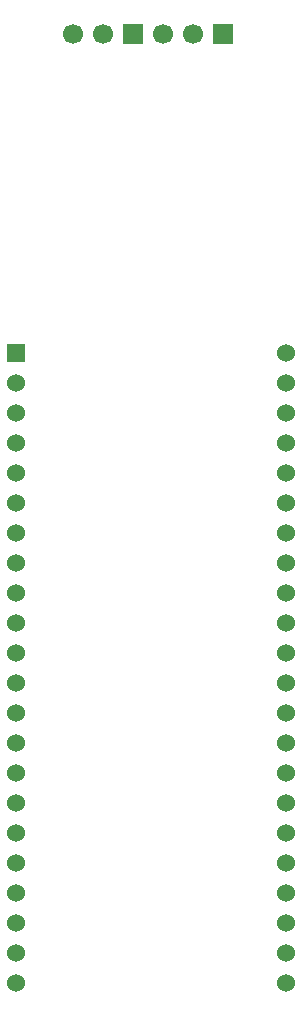
<source format=gbr>
%TF.GenerationSoftware,KiCad,Pcbnew,9.0.1*%
%TF.CreationDate,2025-04-13T13:12:51+02:00*%
%TF.ProjectId,esp32-schematic,65737033-322d-4736-9368-656d61746963,rev?*%
%TF.SameCoordinates,Original*%
%TF.FileFunction,Copper,L2,Bot*%
%TF.FilePolarity,Positive*%
%FSLAX46Y46*%
G04 Gerber Fmt 4.6, Leading zero omitted, Abs format (unit mm)*
G04 Created by KiCad (PCBNEW 9.0.1) date 2025-04-13 13:12:51*
%MOMM*%
%LPD*%
G01*
G04 APERTURE LIST*
%TA.AperFunction,ComponentPad*%
%ADD10R,1.700000X1.700000*%
%TD*%
%TA.AperFunction,ComponentPad*%
%ADD11C,1.700000*%
%TD*%
%TA.AperFunction,ComponentPad*%
%ADD12R,1.530000X1.530000*%
%TD*%
%TA.AperFunction,ComponentPad*%
%ADD13C,1.530000*%
%TD*%
G04 APERTURE END LIST*
D10*
%TO.P,J1,1,Pin_1*%
%TO.N,3.3V*%
X87000000Y-17500000D03*
D11*
%TO.P,J1,2,Pin_2*%
%TO.N,PPS*%
X84460000Y-17500000D03*
%TO.P,J1,3,Pin_3*%
%TO.N,TX*%
X81920000Y-17500000D03*
D10*
%TO.P,J1,4,Pin_4*%
%TO.N,RX*%
X79380000Y-17500000D03*
D11*
%TO.P,J1,5,Pin_5*%
%TO.N,GND*%
X76840000Y-17500000D03*
%TO.P,J1,6,Pin_6*%
%TO.N,5V*%
X74300000Y-17500000D03*
%TD*%
D12*
%TO.P,U1,J1_1,3V3*%
%TO.N,3.3V*%
X69500000Y-44500000D03*
D13*
%TO.P,U1,J1_2,3V3*%
X69500000Y-47040000D03*
%TO.P,U1,J1_3,RST*%
%TO.N,unconnected-(U1-RST-PadJ1_3)*%
X69500000Y-49580000D03*
%TO.P,U1,J1_4,GPIO4*%
%TO.N,unconnected-(U1-GPIO4-PadJ1_4)*%
X69500000Y-52120000D03*
%TO.P,U1,J1_5,GPIO5*%
%TO.N,PPS*%
X69500000Y-54660000D03*
%TO.P,U1,J1_6,GPIO6*%
%TO.N,unconnected-(U1-GPIO6-PadJ1_6)*%
X69500000Y-57200000D03*
%TO.P,U1,J1_7,GPIO7*%
%TO.N,unconnected-(U1-GPIO7-PadJ1_7)*%
X69500000Y-59740000D03*
%TO.P,U1,J1_8,GPIO15*%
%TO.N,unconnected-(U1-GPIO15-PadJ1_8)*%
X69500000Y-62280000D03*
%TO.P,U1,J1_9,GPIO16*%
%TO.N,unconnected-(U1-GPIO16-PadJ1_9)*%
X69500000Y-64820000D03*
%TO.P,U1,J1_10,GPIO17*%
%TO.N,unconnected-(U1-GPIO17-PadJ1_10)*%
X69500000Y-67360000D03*
%TO.P,U1,J1_11,GPIO18*%
%TO.N,unconnected-(U1-GPIO18-PadJ1_11)*%
X69500000Y-69900000D03*
%TO.P,U1,J1_12,GPIO8*%
%TO.N,unconnected-(U1-GPIO8-PadJ1_12)*%
X69500000Y-72440000D03*
%TO.P,U1,J1_13,GPIO3*%
%TO.N,unconnected-(U1-GPIO3-PadJ1_13)*%
X69500000Y-74980000D03*
%TO.P,U1,J1_14,GPIO46*%
%TO.N,unconnected-(U1-GPIO46-PadJ1_14)*%
X69500000Y-77520000D03*
%TO.P,U1,J1_15,GPIO9*%
%TO.N,unconnected-(U1-GPIO9-PadJ1_15)*%
X69500000Y-80060000D03*
%TO.P,U1,J1_16,GPIO10*%
%TO.N,unconnected-(U1-GPIO10-PadJ1_16)*%
X69500000Y-82600000D03*
%TO.P,U1,J1_17,GPIO11*%
%TO.N,unconnected-(U1-GPIO11-PadJ1_17)*%
X69500000Y-85140000D03*
%TO.P,U1,J1_18,GPIO12*%
%TO.N,unconnected-(U1-GPIO12-PadJ1_18)*%
X69500000Y-87680000D03*
%TO.P,U1,J1_19,GPIO13*%
%TO.N,unconnected-(U1-GPIO13-PadJ1_19)*%
X69500000Y-90220000D03*
%TO.P,U1,J1_20,GPIO14*%
%TO.N,unconnected-(U1-GPIO14-PadJ1_20)*%
X69500000Y-92760000D03*
%TO.P,U1,J1_21,5V0*%
%TO.N,5V*%
X69500000Y-95300000D03*
%TO.P,U1,J1_22,GND*%
%TO.N,GND*%
X69500000Y-97840000D03*
%TO.P,U1,J3_1,GND*%
X92360000Y-44500000D03*
%TO.P,U1,J3_2,U0TXD/GPIO43*%
%TO.N,TX*%
X92360000Y-47040000D03*
%TO.P,U1,J3_3,U0RXD/GPIO44*%
%TO.N,RX*%
X92360000Y-49580000D03*
%TO.P,U1,J3_4,GPIO1*%
%TO.N,unconnected-(U1-GPIO1-PadJ3_4)*%
X92360000Y-52120000D03*
%TO.P,U1,J3_5,GPIO2*%
%TO.N,unconnected-(U1-GPIO2-PadJ3_5)*%
X92360000Y-54660000D03*
%TO.P,U1,J3_6,MTMS/GPIO42*%
%TO.N,unconnected-(U1-MTMS{slash}GPIO42-PadJ3_6)*%
X92360000Y-57200000D03*
%TO.P,U1,J3_7,MTDI/GPIO41*%
%TO.N,unconnected-(U1-MTDI{slash}GPIO41-PadJ3_7)*%
X92360000Y-59740000D03*
%TO.P,U1,J3_8,MTDO/GPIO40*%
%TO.N,unconnected-(U1-MTDO{slash}GPIO40-PadJ3_8)*%
X92360000Y-62280000D03*
%TO.P,U1,J3_9,MTCK/GPIO39*%
%TO.N,unconnected-(U1-MTCK{slash}GPIO39-PadJ3_9)*%
X92360000Y-64820000D03*
%TO.P,U1,J3_10,GPIO38*%
%TO.N,unconnected-(U1-GPIO38-PadJ3_10)*%
X92360000Y-67360000D03*
%TO.P,U1,J3_11,GPIO37*%
%TO.N,unconnected-(U1-GPIO37-PadJ3_11)*%
X92360000Y-69900000D03*
%TO.P,U1,J3_12,GPIO36*%
%TO.N,unconnected-(U1-GPIO36-PadJ3_12)*%
X92360000Y-72440000D03*
%TO.P,U1,J3_13,GPIO35*%
%TO.N,unconnected-(U1-GPIO35-PadJ3_13)*%
X92360000Y-74980000D03*
%TO.P,U1,J3_14,GPIO0*%
%TO.N,unconnected-(U1-GPIO0-PadJ3_14)*%
X92360000Y-77520000D03*
%TO.P,U1,J3_15,GPIO45*%
%TO.N,unconnected-(U1-GPIO45-PadJ3_15)*%
X92360000Y-80060000D03*
%TO.P,U1,J3_16,GPIO48*%
%TO.N,unconnected-(U1-GPIO48-PadJ3_16)*%
X92360000Y-82600000D03*
%TO.P,U1,J3_17,GPIO47*%
%TO.N,unconnected-(U1-GPIO47-PadJ3_17)*%
X92360000Y-85140000D03*
%TO.P,U1,J3_18,GPIO21*%
%TO.N,unconnected-(U1-GPIO21-PadJ3_18)*%
X92360000Y-87680000D03*
%TO.P,U1,J3_19,USB_D+/GPIO20*%
%TO.N,unconnected-(U1-USB_D+{slash}GPIO20-PadJ3_19)*%
X92360000Y-90220000D03*
%TO.P,U1,J3_20,USB_D-/GPIO19*%
%TO.N,unconnected-(U1-USB_D-{slash}GPIO19-PadJ3_20)*%
X92360000Y-92760000D03*
%TO.P,U1,J3_21,GND*%
%TO.N,GND*%
X92360000Y-95300000D03*
%TO.P,U1,J3_22,GND*%
X92360000Y-97840000D03*
%TD*%
M02*

</source>
